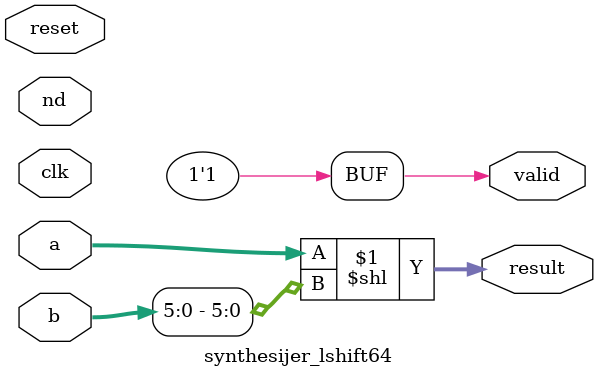
<source format=v>
`default_nettype none

module synthesijer_lshift64
  (
   input wire 		clk,
   input wire 		reset,
   input wire signed [63:0] 	a,
   input wire signed [63:0] 	b,
   input wire 		nd,
   output wire signed [63:0] result,
   output wire 		valid
   );

   assign result = a << b[5:0];
   assign valid = 1'b1;

endmodule // synthesijer_lshift64

`default_nettype wire

</source>
